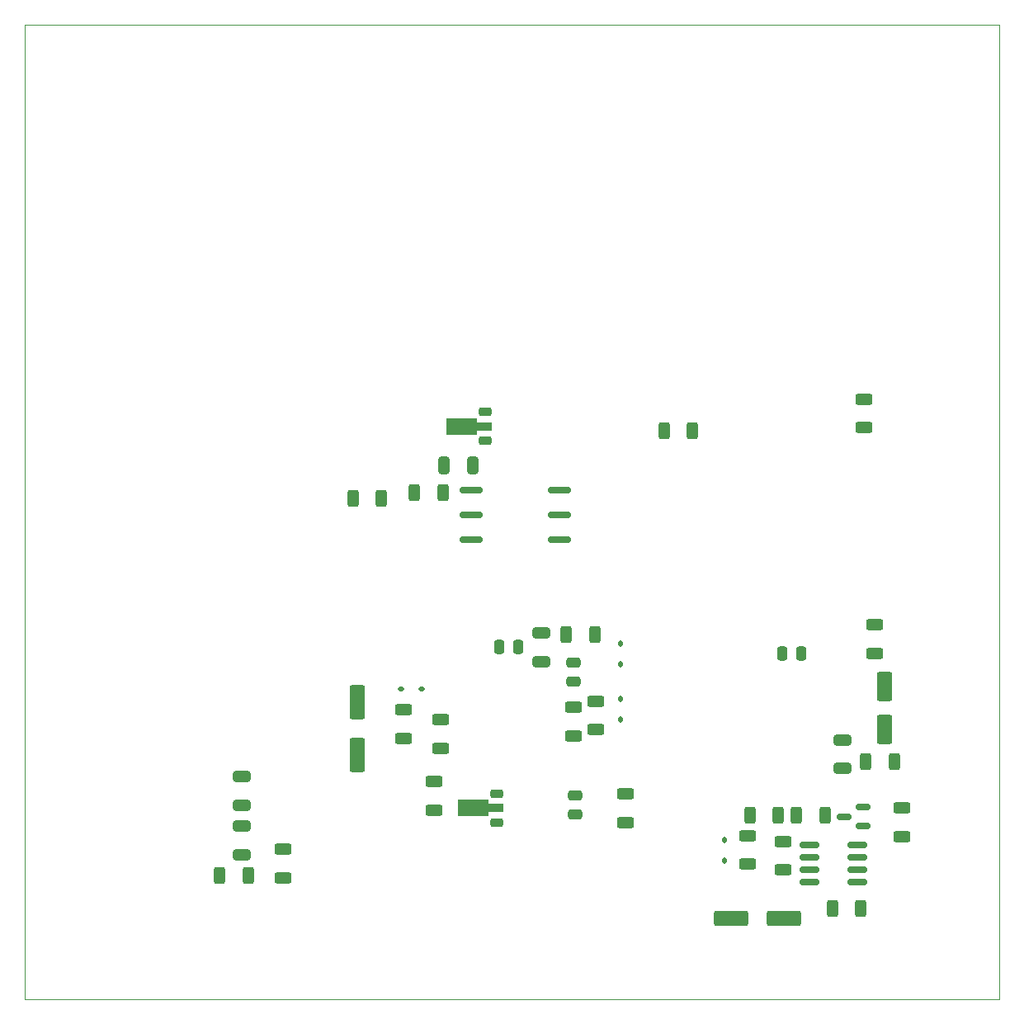
<source format=gbr>
%TF.GenerationSoftware,KiCad,Pcbnew,8.0.0*%
%TF.CreationDate,2024-02-29T13:53:57+01:00*%
%TF.ProjectId,G2-Control,47322d43-6f6e-4747-926f-6c2e6b696361,rev?*%
%TF.SameCoordinates,Original*%
%TF.FileFunction,Paste,Top*%
%TF.FilePolarity,Positive*%
%FSLAX46Y46*%
G04 Gerber Fmt 4.6, Leading zero omitted, Abs format (unit mm)*
G04 Created by KiCad (PCBNEW 8.0.0) date 2024-02-29 13:53:57*
%MOMM*%
%LPD*%
G01*
G04 APERTURE LIST*
G04 Aperture macros list*
%AMRoundRect*
0 Rectangle with rounded corners*
0 $1 Rounding radius*
0 $2 $3 $4 $5 $6 $7 $8 $9 X,Y pos of 4 corners*
0 Add a 4 corners polygon primitive as box body*
4,1,4,$2,$3,$4,$5,$6,$7,$8,$9,$2,$3,0*
0 Add four circle primitives for the rounded corners*
1,1,$1+$1,$2,$3*
1,1,$1+$1,$4,$5*
1,1,$1+$1,$6,$7*
1,1,$1+$1,$8,$9*
0 Add four rect primitives between the rounded corners*
20,1,$1+$1,$2,$3,$4,$5,0*
20,1,$1+$1,$4,$5,$6,$7,0*
20,1,$1+$1,$6,$7,$8,$9,0*
20,1,$1+$1,$8,$9,$2,$3,0*%
%AMFreePoly0*
4,1,9,3.862500,-0.866500,0.737500,-0.866500,0.737500,-0.450000,-0.737500,-0.450000,-0.737500,0.450000,0.737500,0.450000,0.737500,0.866500,3.862500,0.866500,3.862500,-0.866500,3.862500,-0.866500,$1*%
G04 Aperture macros list end*
%ADD10RoundRect,0.250000X-0.312500X-0.625000X0.312500X-0.625000X0.312500X0.625000X-0.312500X0.625000X0*%
%ADD11RoundRect,0.112500X0.187500X0.112500X-0.187500X0.112500X-0.187500X-0.112500X0.187500X-0.112500X0*%
%ADD12RoundRect,0.150000X0.825000X0.150000X-0.825000X0.150000X-0.825000X-0.150000X0.825000X-0.150000X0*%
%ADD13RoundRect,0.112500X0.112500X-0.187500X0.112500X0.187500X-0.112500X0.187500X-0.112500X-0.187500X0*%
%ADD14RoundRect,0.250000X0.250000X0.475000X-0.250000X0.475000X-0.250000X-0.475000X0.250000X-0.475000X0*%
%ADD15RoundRect,0.250000X0.625000X-0.312500X0.625000X0.312500X-0.625000X0.312500X-0.625000X-0.312500X0*%
%ADD16RoundRect,0.250000X0.650000X-0.325000X0.650000X0.325000X-0.650000X0.325000X-0.650000X-0.325000X0*%
%ADD17RoundRect,0.250000X-0.625000X0.312500X-0.625000X-0.312500X0.625000X-0.312500X0.625000X0.312500X0*%
%ADD18RoundRect,0.250000X-0.650000X0.325000X-0.650000X-0.325000X0.650000X-0.325000X0.650000X0.325000X0*%
%ADD19RoundRect,0.250000X0.475000X-0.250000X0.475000X0.250000X-0.475000X0.250000X-0.475000X-0.250000X0*%
%ADD20RoundRect,0.250000X-0.250000X-0.475000X0.250000X-0.475000X0.250000X0.475000X-0.250000X0.475000X0*%
%ADD21RoundRect,0.250000X-1.500000X-0.550000X1.500000X-0.550000X1.500000X0.550000X-1.500000X0.550000X0*%
%ADD22RoundRect,0.250000X0.325000X0.650000X-0.325000X0.650000X-0.325000X-0.650000X0.325000X-0.650000X0*%
%ADD23RoundRect,0.225000X0.425000X0.225000X-0.425000X0.225000X-0.425000X-0.225000X0.425000X-0.225000X0*%
%ADD24FreePoly0,180.000000*%
%ADD25RoundRect,0.250000X0.312500X0.625000X-0.312500X0.625000X-0.312500X-0.625000X0.312500X-0.625000X0*%
%ADD26RoundRect,0.150000X0.587500X0.150000X-0.587500X0.150000X-0.587500X-0.150000X0.587500X-0.150000X0*%
%ADD27RoundRect,0.250000X-0.550000X1.250000X-0.550000X-1.250000X0.550000X-1.250000X0.550000X1.250000X0*%
%ADD28RoundRect,0.250000X0.550000X-1.500000X0.550000X1.500000X-0.550000X1.500000X-0.550000X-1.500000X0*%
%ADD29RoundRect,0.162500X1.012500X0.162500X-1.012500X0.162500X-1.012500X-0.162500X1.012500X-0.162500X0*%
%TA.AperFunction,Profile*%
%ADD30C,0.100000*%
%TD*%
G04 APERTURE END LIST*
D10*
%TO.C,R25*%
X100026772Y-127307270D03*
X102951772Y-127307270D03*
%TD*%
D11*
%TO.C,D3*%
X120705713Y-108166069D03*
X118605713Y-108166069D03*
%TD*%
D12*
%TO.C,U5*%
X165463213Y-128021069D03*
X165463213Y-126751069D03*
X165463213Y-125481069D03*
X165463213Y-124211069D03*
X160513213Y-124211069D03*
X160513213Y-125481069D03*
X160513213Y-126751069D03*
X160513213Y-128021069D03*
%TD*%
D13*
%TO.C,D5*%
X141113213Y-105610069D03*
X141113213Y-103510069D03*
%TD*%
D14*
%TO.C,C11*%
X159668213Y-104541069D03*
X157768213Y-104541069D03*
%TD*%
D10*
%TO.C,R3*%
X166315713Y-115666069D03*
X169240713Y-115666069D03*
%TD*%
D15*
%TO.C,R22*%
X157810000Y-126762500D03*
X157810000Y-123837500D03*
%TD*%
D16*
%TO.C,C7*%
X132985213Y-105366069D03*
X132985213Y-102416069D03*
%TD*%
D17*
%TO.C,R2*%
X118888213Y-110293569D03*
X118888213Y-113218569D03*
%TD*%
D15*
%TO.C,R20*%
X154218213Y-126168569D03*
X154218213Y-123243569D03*
%TD*%
D18*
%TO.C,C14*%
X102258213Y-117191069D03*
X102258213Y-120141069D03*
%TD*%
D13*
%TO.C,D4*%
X141113213Y-111291069D03*
X141113213Y-109191069D03*
%TD*%
D10*
%TO.C,R27*%
X159195713Y-121156069D03*
X162120713Y-121156069D03*
%TD*%
D16*
%TO.C,C13*%
X102298213Y-125206069D03*
X102298213Y-122256069D03*
%TD*%
D15*
%TO.C,R6*%
X122698213Y-114243569D03*
X122698213Y-111318569D03*
%TD*%
D19*
%TO.C,C4*%
X136446963Y-121031069D03*
X136446963Y-119131069D03*
%TD*%
D13*
%TO.C,D11*%
X151810000Y-125790000D03*
X151810000Y-123690000D03*
%TD*%
D17*
%TO.C,R4*%
X141621963Y-118933569D03*
X141621963Y-121858569D03*
%TD*%
D15*
%TO.C,R7*%
X138573213Y-112338569D03*
X138573213Y-109413569D03*
%TD*%
D20*
%TO.C,C6*%
X128733213Y-103891069D03*
X130633213Y-103891069D03*
%TD*%
D10*
%TO.C,R19*%
X162875713Y-130736069D03*
X165800713Y-130736069D03*
%TD*%
D21*
%TO.C,C16*%
X152510213Y-131704069D03*
X157910213Y-131704069D03*
%TD*%
D22*
%TO.C,C12*%
X125953213Y-85226069D03*
X123003213Y-85226069D03*
%TD*%
D17*
%TO.C,R5*%
X136287213Y-110048569D03*
X136287213Y-112973569D03*
%TD*%
D18*
%TO.C,C3*%
X163878213Y-113391069D03*
X163878213Y-116341069D03*
%TD*%
D15*
%TO.C,R23*%
X170040000Y-123302500D03*
X170040000Y-120377500D03*
%TD*%
%TO.C,R17*%
X166132213Y-81378569D03*
X166132213Y-78453569D03*
%TD*%
%TO.C,R11*%
X167178213Y-104508569D03*
X167178213Y-101583569D03*
%TD*%
D19*
%TO.C,C5*%
X136287213Y-107381069D03*
X136287213Y-105481069D03*
%TD*%
D10*
%TO.C,R18*%
X119985713Y-88036069D03*
X122910713Y-88036069D03*
%TD*%
D23*
%TO.C,U1*%
X128458213Y-121901069D03*
D24*
X128370713Y-120401069D03*
D23*
X128458213Y-118901069D03*
%TD*%
D25*
%TO.C,R29*%
X116630713Y-88596069D03*
X113705713Y-88596069D03*
%TD*%
D10*
%TO.C,R26*%
X154415713Y-121116069D03*
X157340713Y-121116069D03*
%TD*%
D26*
%TO.C,Q5*%
X165995713Y-122226069D03*
X165995713Y-120326069D03*
X164120713Y-121276069D03*
%TD*%
D15*
%TO.C,R24*%
X106508213Y-127568569D03*
X106508213Y-124643569D03*
%TD*%
D27*
%TO.C,C2*%
X168228213Y-107906069D03*
X168228213Y-112306069D03*
%TD*%
D10*
%TO.C,R9*%
X135580713Y-102631069D03*
X138505713Y-102631069D03*
%TD*%
%TO.C,R16*%
X145619713Y-81666069D03*
X148544713Y-81666069D03*
%TD*%
D23*
%TO.C,U4*%
X127248213Y-82716069D03*
D24*
X127160713Y-81216069D03*
D23*
X127248213Y-79716069D03*
%TD*%
D28*
%TO.C,C1*%
X114128213Y-114966069D03*
X114128213Y-109566069D03*
%TD*%
D17*
%TO.C,R1*%
X121968213Y-117668569D03*
X121968213Y-120593569D03*
%TD*%
D29*
%TO.C,U3*%
X134843213Y-92842069D03*
X134843213Y-90302069D03*
X134843213Y-87762069D03*
X125793213Y-87762069D03*
X125793213Y-90302069D03*
X125793213Y-92842069D03*
%TD*%
D30*
X80026213Y-40010069D02*
X180017449Y-40010069D01*
X180017449Y-140001305D01*
X80026213Y-140001305D01*
X80026213Y-40010069D01*
M02*

</source>
